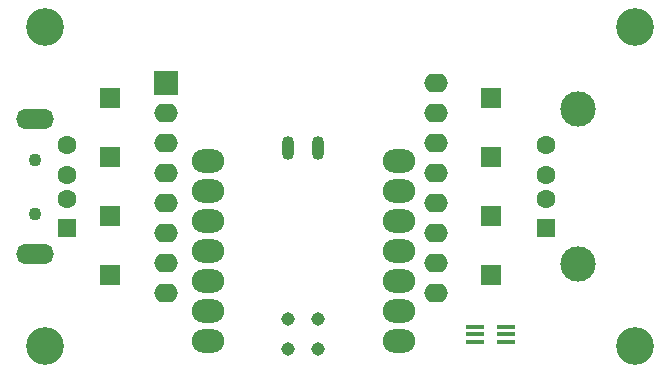
<source format=gbr>
%TF.GenerationSoftware,KiCad,Pcbnew,7.0.5-7.0.5~ubuntu22.04.1*%
%TF.CreationDate,2023-06-17T08:47:51-06:00*%
%TF.ProjectId,smart-usb,736d6172-742d-4757-9362-2e6b69636164,rev?*%
%TF.SameCoordinates,Original*%
%TF.FileFunction,Soldermask,Top*%
%TF.FilePolarity,Negative*%
%FSLAX46Y46*%
G04 Gerber Fmt 4.6, Leading zero omitted, Abs format (unit mm)*
G04 Created by KiCad (PCBNEW 7.0.5-7.0.5~ubuntu22.04.1) date 2023-06-17 08:47:51*
%MOMM*%
%LPD*%
G01*
G04 APERTURE LIST*
%ADD10R,1.700000X1.700000*%
%ADD11O,2.748280X1.998980*%
%ADD12O,1.016000X2.032000*%
%ADD13C,1.143000*%
%ADD14R,1.500000X0.400000*%
%ADD15R,1.500000X1.600000*%
%ADD16C,1.600000*%
%ADD17C,3.000000*%
%ADD18C,3.200000*%
%ADD19C,1.100000*%
%ADD20O,3.200000X1.700000*%
%ADD21R,2.000000X2.000000*%
%ADD22O,2.000000X1.600000*%
G04 APERTURE END LIST*
D10*
%TO.C,J10*%
X158000000Y-55000000D03*
%TD*%
D11*
%TO.C,U1*%
X150250000Y-75567820D03*
X150250000Y-73027820D03*
X150250000Y-70487820D03*
X150250000Y-67947820D03*
X150250000Y-65407820D03*
X150250000Y-62867820D03*
X150250000Y-60327820D03*
X134085440Y-60327820D03*
X134085440Y-62867820D03*
X134085440Y-65407820D03*
X134085440Y-67947820D03*
X134085440Y-70487820D03*
X134085440Y-73027820D03*
X134085440Y-75567820D03*
D12*
X143383120Y-59250000D03*
X140833120Y-59250000D03*
D13*
X143384317Y-76254187D03*
X140844317Y-76254187D03*
X143384317Y-73714187D03*
X140844317Y-73714187D03*
%TD*%
D10*
%TO.C,J4*%
X125750000Y-65000000D03*
%TD*%
%TO.C,J8*%
X158000000Y-65000000D03*
%TD*%
D14*
%TO.C,U2*%
X159330000Y-75650000D03*
X159330000Y-75000000D03*
X159330000Y-74350000D03*
X156670000Y-74350000D03*
X156670000Y-75000000D03*
X156670000Y-75650000D03*
%TD*%
D15*
%TO.C,J2*%
X162640000Y-66000000D03*
D16*
X162640000Y-63500000D03*
X162640000Y-61500000D03*
X162640000Y-59000000D03*
D17*
X165350000Y-69070000D03*
X165350000Y-55930000D03*
%TD*%
D10*
%TO.C,J6*%
X125750000Y-55000000D03*
%TD*%
D18*
%TO.C,H4*%
X170250000Y-76000000D03*
%TD*%
D10*
%TO.C,J7*%
X158000000Y-70000000D03*
%TD*%
%TO.C,J3*%
X125750000Y-70000000D03*
%TD*%
D18*
%TO.C,H1*%
X120250000Y-49000000D03*
%TD*%
D19*
%TO.C,J1*%
X119400000Y-64800000D03*
X119400000Y-60200000D03*
D15*
X122150000Y-66000000D03*
D16*
X122150000Y-63500000D03*
X122150000Y-61500000D03*
X122150000Y-59000000D03*
D20*
X119400000Y-68200000D03*
X119400000Y-56800000D03*
%TD*%
D18*
%TO.C,H3*%
X170250000Y-49000000D03*
%TD*%
D10*
%TO.C,J9*%
X158000000Y-60000000D03*
%TD*%
D18*
%TO.C,H2*%
X120250000Y-76000000D03*
%TD*%
D21*
%TO.C,U3*%
X130473120Y-53720000D03*
D22*
X130473120Y-56260000D03*
X130473120Y-58800000D03*
X130473120Y-61340000D03*
X130473120Y-63880000D03*
X130473120Y-66420000D03*
X130473120Y-68960000D03*
X130473120Y-71500000D03*
X153333120Y-71500000D03*
X153333120Y-68960000D03*
X153333120Y-66420000D03*
X153333120Y-63880000D03*
X153333120Y-61340000D03*
X153333120Y-58800000D03*
X153333120Y-56260000D03*
X153333120Y-53720000D03*
%TD*%
D10*
%TO.C,J5*%
X125750000Y-60000000D03*
%TD*%
M02*

</source>
